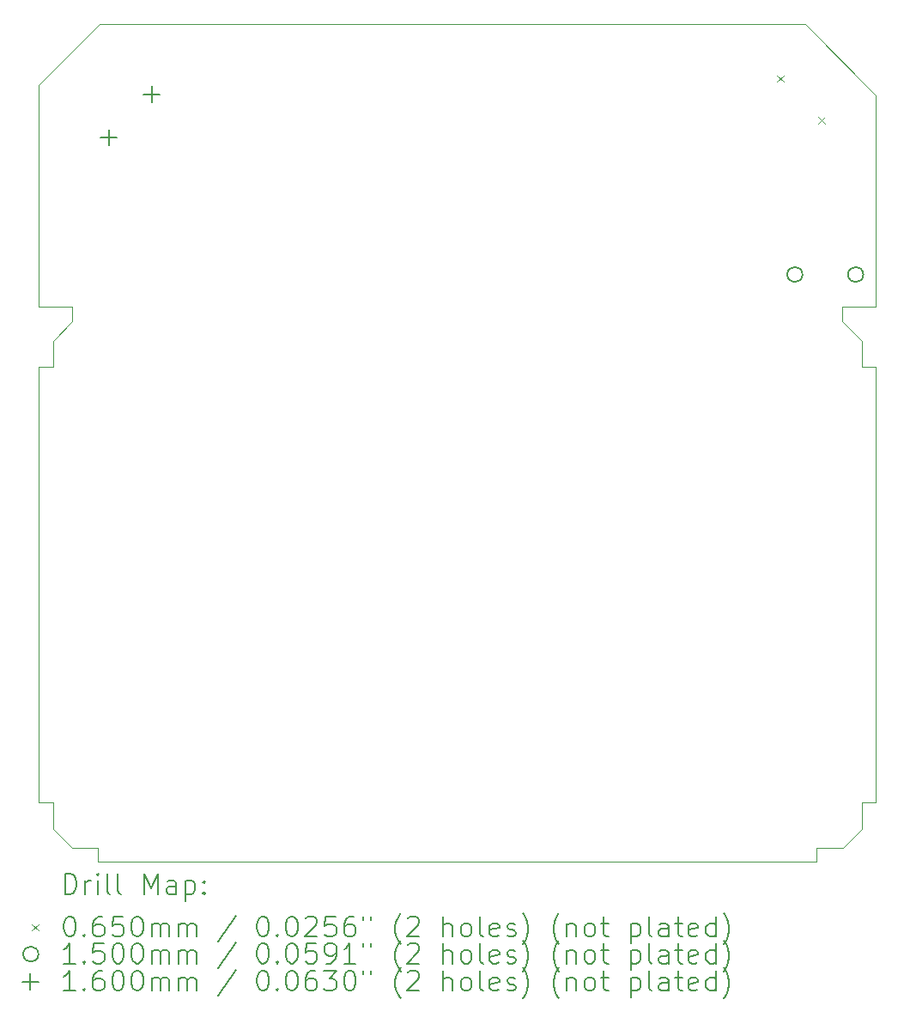
<source format=gbr>
%TF.GenerationSoftware,KiCad,Pcbnew,8.0.6*%
%TF.CreationDate,2024-12-30T15:48:23-08:00*%
%TF.ProjectId,Jumperless23V50,4a756d70-6572-46c6-9573-733233563530,rev?*%
%TF.SameCoordinates,Original*%
%TF.FileFunction,Drillmap*%
%TF.FilePolarity,Positive*%
%FSLAX45Y45*%
G04 Gerber Fmt 4.5, Leading zero omitted, Abs format (unit mm)*
G04 Created by KiCad (PCBNEW 8.0.6) date 2024-12-30 15:48:23*
%MOMM*%
%LPD*%
G01*
G04 APERTURE LIST*
%ADD10C,0.100000*%
%ADD11C,0.200000*%
%ADD12C,0.150000*%
%ADD13C,0.160000*%
G04 APERTURE END LIST*
D10*
X11070870Y-14849040D02*
X11070870Y-10556440D01*
X2815870Y-9959540D02*
X2815870Y-7775140D01*
X10747020Y-15293540D02*
X10486670Y-15293540D01*
X10740670Y-10099240D02*
X10740670Y-10105590D01*
X2815870Y-14849040D02*
X2955570Y-14849040D01*
X3133370Y-9959540D02*
X2815870Y-9959540D01*
X11070870Y-14849040D02*
X10931170Y-14849040D01*
X10486670Y-15433240D02*
X3400070Y-15433240D01*
X3146070Y-10105590D02*
X2955570Y-10296090D01*
X2955570Y-14849040D02*
X2955570Y-15109390D01*
X3412770Y-7178240D02*
X2815870Y-7775140D01*
X10486670Y-15293540D02*
X10486670Y-15433240D01*
X10740670Y-10105590D02*
X10931170Y-10296090D01*
X3146070Y-9959540D02*
X3146070Y-10105590D01*
X10753370Y-9959540D02*
X10740670Y-9959540D01*
X3133370Y-9959540D02*
X3146070Y-9959540D01*
X3139720Y-15293540D02*
X3400070Y-15293540D01*
X10931170Y-14849040D02*
X10931170Y-15109390D01*
X11070870Y-7876740D02*
X10372370Y-7178240D01*
X2955570Y-10296090D02*
X2955570Y-10556440D01*
X2815870Y-10556440D02*
X2815870Y-14849040D01*
X3400070Y-15293540D02*
X3400070Y-15433240D01*
X10931170Y-10556440D02*
X11070870Y-10556440D01*
X10372370Y-7178240D02*
X3412770Y-7178240D01*
X2955570Y-10556440D02*
X2815870Y-10556440D01*
X10931170Y-15109390D02*
X10747020Y-15293540D01*
X10753370Y-9959540D02*
X11070870Y-9959540D01*
X10931170Y-10296090D02*
X10931170Y-10556440D01*
X10740670Y-9959540D02*
X10740670Y-10099240D01*
X11070870Y-9959540D02*
X11070870Y-7876740D01*
X2955570Y-15109390D02*
X3139720Y-15293540D01*
D11*
D10*
X10093908Y-7681494D02*
X10158908Y-7746494D01*
X10158908Y-7681494D02*
X10093908Y-7746494D01*
X10502616Y-8090202D02*
X10567616Y-8155202D01*
X10567616Y-8090202D02*
X10502616Y-8155202D01*
D12*
X10345870Y-9643840D02*
G75*
G02*
X10195870Y-9643840I-75000J0D01*
G01*
X10195870Y-9643840D02*
G75*
G02*
X10345870Y-9643840I75000J0D01*
G01*
X10945870Y-9643840D02*
G75*
G02*
X10795870Y-9643840I-75000J0D01*
G01*
X10795870Y-9643840D02*
G75*
G02*
X10945870Y-9643840I75000J0D01*
G01*
D13*
X3505170Y-8212770D02*
X3505170Y-8372770D01*
X3425170Y-8292770D02*
X3585170Y-8292770D01*
X3929434Y-7788506D02*
X3929434Y-7948506D01*
X3849434Y-7868506D02*
X4009434Y-7868506D01*
D11*
X3071647Y-15749724D02*
X3071647Y-15549724D01*
X3071647Y-15549724D02*
X3119266Y-15549724D01*
X3119266Y-15549724D02*
X3147837Y-15559248D01*
X3147837Y-15559248D02*
X3166885Y-15578295D01*
X3166885Y-15578295D02*
X3176409Y-15597343D01*
X3176409Y-15597343D02*
X3185932Y-15635438D01*
X3185932Y-15635438D02*
X3185932Y-15664009D01*
X3185932Y-15664009D02*
X3176409Y-15702105D01*
X3176409Y-15702105D02*
X3166885Y-15721152D01*
X3166885Y-15721152D02*
X3147837Y-15740200D01*
X3147837Y-15740200D02*
X3119266Y-15749724D01*
X3119266Y-15749724D02*
X3071647Y-15749724D01*
X3271647Y-15749724D02*
X3271647Y-15616390D01*
X3271647Y-15654486D02*
X3281171Y-15635438D01*
X3281171Y-15635438D02*
X3290694Y-15625914D01*
X3290694Y-15625914D02*
X3309742Y-15616390D01*
X3309742Y-15616390D02*
X3328790Y-15616390D01*
X3395456Y-15749724D02*
X3395456Y-15616390D01*
X3395456Y-15549724D02*
X3385932Y-15559248D01*
X3385932Y-15559248D02*
X3395456Y-15568771D01*
X3395456Y-15568771D02*
X3404980Y-15559248D01*
X3404980Y-15559248D02*
X3395456Y-15549724D01*
X3395456Y-15549724D02*
X3395456Y-15568771D01*
X3519266Y-15749724D02*
X3500218Y-15740200D01*
X3500218Y-15740200D02*
X3490694Y-15721152D01*
X3490694Y-15721152D02*
X3490694Y-15549724D01*
X3624028Y-15749724D02*
X3604980Y-15740200D01*
X3604980Y-15740200D02*
X3595456Y-15721152D01*
X3595456Y-15721152D02*
X3595456Y-15549724D01*
X3852599Y-15749724D02*
X3852599Y-15549724D01*
X3852599Y-15549724D02*
X3919266Y-15692581D01*
X3919266Y-15692581D02*
X3985932Y-15549724D01*
X3985932Y-15549724D02*
X3985932Y-15749724D01*
X4166885Y-15749724D02*
X4166885Y-15644962D01*
X4166885Y-15644962D02*
X4157361Y-15625914D01*
X4157361Y-15625914D02*
X4138313Y-15616390D01*
X4138313Y-15616390D02*
X4100218Y-15616390D01*
X4100218Y-15616390D02*
X4081171Y-15625914D01*
X4166885Y-15740200D02*
X4147837Y-15749724D01*
X4147837Y-15749724D02*
X4100218Y-15749724D01*
X4100218Y-15749724D02*
X4081171Y-15740200D01*
X4081171Y-15740200D02*
X4071647Y-15721152D01*
X4071647Y-15721152D02*
X4071647Y-15702105D01*
X4071647Y-15702105D02*
X4081171Y-15683057D01*
X4081171Y-15683057D02*
X4100218Y-15673533D01*
X4100218Y-15673533D02*
X4147837Y-15673533D01*
X4147837Y-15673533D02*
X4166885Y-15664009D01*
X4262123Y-15616390D02*
X4262123Y-15816390D01*
X4262123Y-15625914D02*
X4281171Y-15616390D01*
X4281171Y-15616390D02*
X4319266Y-15616390D01*
X4319266Y-15616390D02*
X4338314Y-15625914D01*
X4338314Y-15625914D02*
X4347837Y-15635438D01*
X4347837Y-15635438D02*
X4357361Y-15654486D01*
X4357361Y-15654486D02*
X4357361Y-15711628D01*
X4357361Y-15711628D02*
X4347837Y-15730676D01*
X4347837Y-15730676D02*
X4338314Y-15740200D01*
X4338314Y-15740200D02*
X4319266Y-15749724D01*
X4319266Y-15749724D02*
X4281171Y-15749724D01*
X4281171Y-15749724D02*
X4262123Y-15740200D01*
X4443075Y-15730676D02*
X4452599Y-15740200D01*
X4452599Y-15740200D02*
X4443075Y-15749724D01*
X4443075Y-15749724D02*
X4433552Y-15740200D01*
X4433552Y-15740200D02*
X4443075Y-15730676D01*
X4443075Y-15730676D02*
X4443075Y-15749724D01*
X4443075Y-15625914D02*
X4452599Y-15635438D01*
X4452599Y-15635438D02*
X4443075Y-15644962D01*
X4443075Y-15644962D02*
X4433552Y-15635438D01*
X4433552Y-15635438D02*
X4443075Y-15625914D01*
X4443075Y-15625914D02*
X4443075Y-15644962D01*
D10*
X2745870Y-16045740D02*
X2810870Y-16110740D01*
X2810870Y-16045740D02*
X2745870Y-16110740D01*
D11*
X3109742Y-15969724D02*
X3128790Y-15969724D01*
X3128790Y-15969724D02*
X3147837Y-15979248D01*
X3147837Y-15979248D02*
X3157361Y-15988771D01*
X3157361Y-15988771D02*
X3166885Y-16007819D01*
X3166885Y-16007819D02*
X3176409Y-16045914D01*
X3176409Y-16045914D02*
X3176409Y-16093533D01*
X3176409Y-16093533D02*
X3166885Y-16131628D01*
X3166885Y-16131628D02*
X3157361Y-16150676D01*
X3157361Y-16150676D02*
X3147837Y-16160200D01*
X3147837Y-16160200D02*
X3128790Y-16169724D01*
X3128790Y-16169724D02*
X3109742Y-16169724D01*
X3109742Y-16169724D02*
X3090694Y-16160200D01*
X3090694Y-16160200D02*
X3081171Y-16150676D01*
X3081171Y-16150676D02*
X3071647Y-16131628D01*
X3071647Y-16131628D02*
X3062123Y-16093533D01*
X3062123Y-16093533D02*
X3062123Y-16045914D01*
X3062123Y-16045914D02*
X3071647Y-16007819D01*
X3071647Y-16007819D02*
X3081171Y-15988771D01*
X3081171Y-15988771D02*
X3090694Y-15979248D01*
X3090694Y-15979248D02*
X3109742Y-15969724D01*
X3262123Y-16150676D02*
X3271647Y-16160200D01*
X3271647Y-16160200D02*
X3262123Y-16169724D01*
X3262123Y-16169724D02*
X3252599Y-16160200D01*
X3252599Y-16160200D02*
X3262123Y-16150676D01*
X3262123Y-16150676D02*
X3262123Y-16169724D01*
X3443075Y-15969724D02*
X3404980Y-15969724D01*
X3404980Y-15969724D02*
X3385932Y-15979248D01*
X3385932Y-15979248D02*
X3376409Y-15988771D01*
X3376409Y-15988771D02*
X3357361Y-16017343D01*
X3357361Y-16017343D02*
X3347837Y-16055438D01*
X3347837Y-16055438D02*
X3347837Y-16131628D01*
X3347837Y-16131628D02*
X3357361Y-16150676D01*
X3357361Y-16150676D02*
X3366885Y-16160200D01*
X3366885Y-16160200D02*
X3385932Y-16169724D01*
X3385932Y-16169724D02*
X3424028Y-16169724D01*
X3424028Y-16169724D02*
X3443075Y-16160200D01*
X3443075Y-16160200D02*
X3452599Y-16150676D01*
X3452599Y-16150676D02*
X3462123Y-16131628D01*
X3462123Y-16131628D02*
X3462123Y-16084009D01*
X3462123Y-16084009D02*
X3452599Y-16064962D01*
X3452599Y-16064962D02*
X3443075Y-16055438D01*
X3443075Y-16055438D02*
X3424028Y-16045914D01*
X3424028Y-16045914D02*
X3385932Y-16045914D01*
X3385932Y-16045914D02*
X3366885Y-16055438D01*
X3366885Y-16055438D02*
X3357361Y-16064962D01*
X3357361Y-16064962D02*
X3347837Y-16084009D01*
X3643075Y-15969724D02*
X3547837Y-15969724D01*
X3547837Y-15969724D02*
X3538313Y-16064962D01*
X3538313Y-16064962D02*
X3547837Y-16055438D01*
X3547837Y-16055438D02*
X3566885Y-16045914D01*
X3566885Y-16045914D02*
X3614504Y-16045914D01*
X3614504Y-16045914D02*
X3633552Y-16055438D01*
X3633552Y-16055438D02*
X3643075Y-16064962D01*
X3643075Y-16064962D02*
X3652599Y-16084009D01*
X3652599Y-16084009D02*
X3652599Y-16131628D01*
X3652599Y-16131628D02*
X3643075Y-16150676D01*
X3643075Y-16150676D02*
X3633552Y-16160200D01*
X3633552Y-16160200D02*
X3614504Y-16169724D01*
X3614504Y-16169724D02*
X3566885Y-16169724D01*
X3566885Y-16169724D02*
X3547837Y-16160200D01*
X3547837Y-16160200D02*
X3538313Y-16150676D01*
X3776409Y-15969724D02*
X3795456Y-15969724D01*
X3795456Y-15969724D02*
X3814504Y-15979248D01*
X3814504Y-15979248D02*
X3824028Y-15988771D01*
X3824028Y-15988771D02*
X3833552Y-16007819D01*
X3833552Y-16007819D02*
X3843075Y-16045914D01*
X3843075Y-16045914D02*
X3843075Y-16093533D01*
X3843075Y-16093533D02*
X3833552Y-16131628D01*
X3833552Y-16131628D02*
X3824028Y-16150676D01*
X3824028Y-16150676D02*
X3814504Y-16160200D01*
X3814504Y-16160200D02*
X3795456Y-16169724D01*
X3795456Y-16169724D02*
X3776409Y-16169724D01*
X3776409Y-16169724D02*
X3757361Y-16160200D01*
X3757361Y-16160200D02*
X3747837Y-16150676D01*
X3747837Y-16150676D02*
X3738313Y-16131628D01*
X3738313Y-16131628D02*
X3728790Y-16093533D01*
X3728790Y-16093533D02*
X3728790Y-16045914D01*
X3728790Y-16045914D02*
X3738313Y-16007819D01*
X3738313Y-16007819D02*
X3747837Y-15988771D01*
X3747837Y-15988771D02*
X3757361Y-15979248D01*
X3757361Y-15979248D02*
X3776409Y-15969724D01*
X3928790Y-16169724D02*
X3928790Y-16036390D01*
X3928790Y-16055438D02*
X3938313Y-16045914D01*
X3938313Y-16045914D02*
X3957361Y-16036390D01*
X3957361Y-16036390D02*
X3985933Y-16036390D01*
X3985933Y-16036390D02*
X4004980Y-16045914D01*
X4004980Y-16045914D02*
X4014504Y-16064962D01*
X4014504Y-16064962D02*
X4014504Y-16169724D01*
X4014504Y-16064962D02*
X4024028Y-16045914D01*
X4024028Y-16045914D02*
X4043075Y-16036390D01*
X4043075Y-16036390D02*
X4071647Y-16036390D01*
X4071647Y-16036390D02*
X4090694Y-16045914D01*
X4090694Y-16045914D02*
X4100218Y-16064962D01*
X4100218Y-16064962D02*
X4100218Y-16169724D01*
X4195456Y-16169724D02*
X4195456Y-16036390D01*
X4195456Y-16055438D02*
X4204980Y-16045914D01*
X4204980Y-16045914D02*
X4224028Y-16036390D01*
X4224028Y-16036390D02*
X4252599Y-16036390D01*
X4252599Y-16036390D02*
X4271647Y-16045914D01*
X4271647Y-16045914D02*
X4281171Y-16064962D01*
X4281171Y-16064962D02*
X4281171Y-16169724D01*
X4281171Y-16064962D02*
X4290695Y-16045914D01*
X4290695Y-16045914D02*
X4309742Y-16036390D01*
X4309742Y-16036390D02*
X4338314Y-16036390D01*
X4338314Y-16036390D02*
X4357361Y-16045914D01*
X4357361Y-16045914D02*
X4366885Y-16064962D01*
X4366885Y-16064962D02*
X4366885Y-16169724D01*
X4757361Y-15960200D02*
X4585933Y-16217343D01*
X5014504Y-15969724D02*
X5033552Y-15969724D01*
X5033552Y-15969724D02*
X5052599Y-15979248D01*
X5052599Y-15979248D02*
X5062123Y-15988771D01*
X5062123Y-15988771D02*
X5071647Y-16007819D01*
X5071647Y-16007819D02*
X5081171Y-16045914D01*
X5081171Y-16045914D02*
X5081171Y-16093533D01*
X5081171Y-16093533D02*
X5071647Y-16131628D01*
X5071647Y-16131628D02*
X5062123Y-16150676D01*
X5062123Y-16150676D02*
X5052599Y-16160200D01*
X5052599Y-16160200D02*
X5033552Y-16169724D01*
X5033552Y-16169724D02*
X5014504Y-16169724D01*
X5014504Y-16169724D02*
X4995457Y-16160200D01*
X4995457Y-16160200D02*
X4985933Y-16150676D01*
X4985933Y-16150676D02*
X4976409Y-16131628D01*
X4976409Y-16131628D02*
X4966885Y-16093533D01*
X4966885Y-16093533D02*
X4966885Y-16045914D01*
X4966885Y-16045914D02*
X4976409Y-16007819D01*
X4976409Y-16007819D02*
X4985933Y-15988771D01*
X4985933Y-15988771D02*
X4995457Y-15979248D01*
X4995457Y-15979248D02*
X5014504Y-15969724D01*
X5166885Y-16150676D02*
X5176409Y-16160200D01*
X5176409Y-16160200D02*
X5166885Y-16169724D01*
X5166885Y-16169724D02*
X5157361Y-16160200D01*
X5157361Y-16160200D02*
X5166885Y-16150676D01*
X5166885Y-16150676D02*
X5166885Y-16169724D01*
X5300218Y-15969724D02*
X5319266Y-15969724D01*
X5319266Y-15969724D02*
X5338314Y-15979248D01*
X5338314Y-15979248D02*
X5347838Y-15988771D01*
X5347838Y-15988771D02*
X5357361Y-16007819D01*
X5357361Y-16007819D02*
X5366885Y-16045914D01*
X5366885Y-16045914D02*
X5366885Y-16093533D01*
X5366885Y-16093533D02*
X5357361Y-16131628D01*
X5357361Y-16131628D02*
X5347838Y-16150676D01*
X5347838Y-16150676D02*
X5338314Y-16160200D01*
X5338314Y-16160200D02*
X5319266Y-16169724D01*
X5319266Y-16169724D02*
X5300218Y-16169724D01*
X5300218Y-16169724D02*
X5281171Y-16160200D01*
X5281171Y-16160200D02*
X5271647Y-16150676D01*
X5271647Y-16150676D02*
X5262123Y-16131628D01*
X5262123Y-16131628D02*
X5252599Y-16093533D01*
X5252599Y-16093533D02*
X5252599Y-16045914D01*
X5252599Y-16045914D02*
X5262123Y-16007819D01*
X5262123Y-16007819D02*
X5271647Y-15988771D01*
X5271647Y-15988771D02*
X5281171Y-15979248D01*
X5281171Y-15979248D02*
X5300218Y-15969724D01*
X5443076Y-15988771D02*
X5452599Y-15979248D01*
X5452599Y-15979248D02*
X5471647Y-15969724D01*
X5471647Y-15969724D02*
X5519266Y-15969724D01*
X5519266Y-15969724D02*
X5538314Y-15979248D01*
X5538314Y-15979248D02*
X5547838Y-15988771D01*
X5547838Y-15988771D02*
X5557361Y-16007819D01*
X5557361Y-16007819D02*
X5557361Y-16026867D01*
X5557361Y-16026867D02*
X5547838Y-16055438D01*
X5547838Y-16055438D02*
X5433552Y-16169724D01*
X5433552Y-16169724D02*
X5557361Y-16169724D01*
X5738314Y-15969724D02*
X5643076Y-15969724D01*
X5643076Y-15969724D02*
X5633552Y-16064962D01*
X5633552Y-16064962D02*
X5643076Y-16055438D01*
X5643076Y-16055438D02*
X5662123Y-16045914D01*
X5662123Y-16045914D02*
X5709742Y-16045914D01*
X5709742Y-16045914D02*
X5728790Y-16055438D01*
X5728790Y-16055438D02*
X5738314Y-16064962D01*
X5738314Y-16064962D02*
X5747837Y-16084009D01*
X5747837Y-16084009D02*
X5747837Y-16131628D01*
X5747837Y-16131628D02*
X5738314Y-16150676D01*
X5738314Y-16150676D02*
X5728790Y-16160200D01*
X5728790Y-16160200D02*
X5709742Y-16169724D01*
X5709742Y-16169724D02*
X5662123Y-16169724D01*
X5662123Y-16169724D02*
X5643076Y-16160200D01*
X5643076Y-16160200D02*
X5633552Y-16150676D01*
X5919266Y-15969724D02*
X5881171Y-15969724D01*
X5881171Y-15969724D02*
X5862123Y-15979248D01*
X5862123Y-15979248D02*
X5852599Y-15988771D01*
X5852599Y-15988771D02*
X5833552Y-16017343D01*
X5833552Y-16017343D02*
X5824028Y-16055438D01*
X5824028Y-16055438D02*
X5824028Y-16131628D01*
X5824028Y-16131628D02*
X5833552Y-16150676D01*
X5833552Y-16150676D02*
X5843076Y-16160200D01*
X5843076Y-16160200D02*
X5862123Y-16169724D01*
X5862123Y-16169724D02*
X5900218Y-16169724D01*
X5900218Y-16169724D02*
X5919266Y-16160200D01*
X5919266Y-16160200D02*
X5928790Y-16150676D01*
X5928790Y-16150676D02*
X5938314Y-16131628D01*
X5938314Y-16131628D02*
X5938314Y-16084009D01*
X5938314Y-16084009D02*
X5928790Y-16064962D01*
X5928790Y-16064962D02*
X5919266Y-16055438D01*
X5919266Y-16055438D02*
X5900218Y-16045914D01*
X5900218Y-16045914D02*
X5862123Y-16045914D01*
X5862123Y-16045914D02*
X5843076Y-16055438D01*
X5843076Y-16055438D02*
X5833552Y-16064962D01*
X5833552Y-16064962D02*
X5824028Y-16084009D01*
X6014504Y-15969724D02*
X6014504Y-16007819D01*
X6090695Y-15969724D02*
X6090695Y-16007819D01*
X6385933Y-16245914D02*
X6376409Y-16236390D01*
X6376409Y-16236390D02*
X6357361Y-16207819D01*
X6357361Y-16207819D02*
X6347838Y-16188771D01*
X6347838Y-16188771D02*
X6338314Y-16160200D01*
X6338314Y-16160200D02*
X6328790Y-16112581D01*
X6328790Y-16112581D02*
X6328790Y-16074486D01*
X6328790Y-16074486D02*
X6338314Y-16026867D01*
X6338314Y-16026867D02*
X6347838Y-15998295D01*
X6347838Y-15998295D02*
X6357361Y-15979248D01*
X6357361Y-15979248D02*
X6376409Y-15950676D01*
X6376409Y-15950676D02*
X6385933Y-15941152D01*
X6452599Y-15988771D02*
X6462123Y-15979248D01*
X6462123Y-15979248D02*
X6481171Y-15969724D01*
X6481171Y-15969724D02*
X6528790Y-15969724D01*
X6528790Y-15969724D02*
X6547838Y-15979248D01*
X6547838Y-15979248D02*
X6557361Y-15988771D01*
X6557361Y-15988771D02*
X6566885Y-16007819D01*
X6566885Y-16007819D02*
X6566885Y-16026867D01*
X6566885Y-16026867D02*
X6557361Y-16055438D01*
X6557361Y-16055438D02*
X6443076Y-16169724D01*
X6443076Y-16169724D02*
X6566885Y-16169724D01*
X6804980Y-16169724D02*
X6804980Y-15969724D01*
X6890695Y-16169724D02*
X6890695Y-16064962D01*
X6890695Y-16064962D02*
X6881171Y-16045914D01*
X6881171Y-16045914D02*
X6862123Y-16036390D01*
X6862123Y-16036390D02*
X6833552Y-16036390D01*
X6833552Y-16036390D02*
X6814504Y-16045914D01*
X6814504Y-16045914D02*
X6804980Y-16055438D01*
X7014504Y-16169724D02*
X6995457Y-16160200D01*
X6995457Y-16160200D02*
X6985933Y-16150676D01*
X6985933Y-16150676D02*
X6976409Y-16131628D01*
X6976409Y-16131628D02*
X6976409Y-16074486D01*
X6976409Y-16074486D02*
X6985933Y-16055438D01*
X6985933Y-16055438D02*
X6995457Y-16045914D01*
X6995457Y-16045914D02*
X7014504Y-16036390D01*
X7014504Y-16036390D02*
X7043076Y-16036390D01*
X7043076Y-16036390D02*
X7062123Y-16045914D01*
X7062123Y-16045914D02*
X7071647Y-16055438D01*
X7071647Y-16055438D02*
X7081171Y-16074486D01*
X7081171Y-16074486D02*
X7081171Y-16131628D01*
X7081171Y-16131628D02*
X7071647Y-16150676D01*
X7071647Y-16150676D02*
X7062123Y-16160200D01*
X7062123Y-16160200D02*
X7043076Y-16169724D01*
X7043076Y-16169724D02*
X7014504Y-16169724D01*
X7195457Y-16169724D02*
X7176409Y-16160200D01*
X7176409Y-16160200D02*
X7166885Y-16141152D01*
X7166885Y-16141152D02*
X7166885Y-15969724D01*
X7347838Y-16160200D02*
X7328790Y-16169724D01*
X7328790Y-16169724D02*
X7290695Y-16169724D01*
X7290695Y-16169724D02*
X7271647Y-16160200D01*
X7271647Y-16160200D02*
X7262123Y-16141152D01*
X7262123Y-16141152D02*
X7262123Y-16064962D01*
X7262123Y-16064962D02*
X7271647Y-16045914D01*
X7271647Y-16045914D02*
X7290695Y-16036390D01*
X7290695Y-16036390D02*
X7328790Y-16036390D01*
X7328790Y-16036390D02*
X7347838Y-16045914D01*
X7347838Y-16045914D02*
X7357361Y-16064962D01*
X7357361Y-16064962D02*
X7357361Y-16084009D01*
X7357361Y-16084009D02*
X7262123Y-16103057D01*
X7433552Y-16160200D02*
X7452600Y-16169724D01*
X7452600Y-16169724D02*
X7490695Y-16169724D01*
X7490695Y-16169724D02*
X7509742Y-16160200D01*
X7509742Y-16160200D02*
X7519266Y-16141152D01*
X7519266Y-16141152D02*
X7519266Y-16131628D01*
X7519266Y-16131628D02*
X7509742Y-16112581D01*
X7509742Y-16112581D02*
X7490695Y-16103057D01*
X7490695Y-16103057D02*
X7462123Y-16103057D01*
X7462123Y-16103057D02*
X7443076Y-16093533D01*
X7443076Y-16093533D02*
X7433552Y-16074486D01*
X7433552Y-16074486D02*
X7433552Y-16064962D01*
X7433552Y-16064962D02*
X7443076Y-16045914D01*
X7443076Y-16045914D02*
X7462123Y-16036390D01*
X7462123Y-16036390D02*
X7490695Y-16036390D01*
X7490695Y-16036390D02*
X7509742Y-16045914D01*
X7585933Y-16245914D02*
X7595457Y-16236390D01*
X7595457Y-16236390D02*
X7614504Y-16207819D01*
X7614504Y-16207819D02*
X7624028Y-16188771D01*
X7624028Y-16188771D02*
X7633552Y-16160200D01*
X7633552Y-16160200D02*
X7643076Y-16112581D01*
X7643076Y-16112581D02*
X7643076Y-16074486D01*
X7643076Y-16074486D02*
X7633552Y-16026867D01*
X7633552Y-16026867D02*
X7624028Y-15998295D01*
X7624028Y-15998295D02*
X7614504Y-15979248D01*
X7614504Y-15979248D02*
X7595457Y-15950676D01*
X7595457Y-15950676D02*
X7585933Y-15941152D01*
X7947838Y-16245914D02*
X7938314Y-16236390D01*
X7938314Y-16236390D02*
X7919266Y-16207819D01*
X7919266Y-16207819D02*
X7909742Y-16188771D01*
X7909742Y-16188771D02*
X7900219Y-16160200D01*
X7900219Y-16160200D02*
X7890695Y-16112581D01*
X7890695Y-16112581D02*
X7890695Y-16074486D01*
X7890695Y-16074486D02*
X7900219Y-16026867D01*
X7900219Y-16026867D02*
X7909742Y-15998295D01*
X7909742Y-15998295D02*
X7919266Y-15979248D01*
X7919266Y-15979248D02*
X7938314Y-15950676D01*
X7938314Y-15950676D02*
X7947838Y-15941152D01*
X8024028Y-16036390D02*
X8024028Y-16169724D01*
X8024028Y-16055438D02*
X8033552Y-16045914D01*
X8033552Y-16045914D02*
X8052600Y-16036390D01*
X8052600Y-16036390D02*
X8081171Y-16036390D01*
X8081171Y-16036390D02*
X8100219Y-16045914D01*
X8100219Y-16045914D02*
X8109742Y-16064962D01*
X8109742Y-16064962D02*
X8109742Y-16169724D01*
X8233552Y-16169724D02*
X8214504Y-16160200D01*
X8214504Y-16160200D02*
X8204981Y-16150676D01*
X8204981Y-16150676D02*
X8195457Y-16131628D01*
X8195457Y-16131628D02*
X8195457Y-16074486D01*
X8195457Y-16074486D02*
X8204981Y-16055438D01*
X8204981Y-16055438D02*
X8214504Y-16045914D01*
X8214504Y-16045914D02*
X8233552Y-16036390D01*
X8233552Y-16036390D02*
X8262123Y-16036390D01*
X8262123Y-16036390D02*
X8281171Y-16045914D01*
X8281171Y-16045914D02*
X8290695Y-16055438D01*
X8290695Y-16055438D02*
X8300219Y-16074486D01*
X8300219Y-16074486D02*
X8300219Y-16131628D01*
X8300219Y-16131628D02*
X8290695Y-16150676D01*
X8290695Y-16150676D02*
X8281171Y-16160200D01*
X8281171Y-16160200D02*
X8262123Y-16169724D01*
X8262123Y-16169724D02*
X8233552Y-16169724D01*
X8357362Y-16036390D02*
X8433552Y-16036390D01*
X8385933Y-15969724D02*
X8385933Y-16141152D01*
X8385933Y-16141152D02*
X8395457Y-16160200D01*
X8395457Y-16160200D02*
X8414504Y-16169724D01*
X8414504Y-16169724D02*
X8433552Y-16169724D01*
X8652600Y-16036390D02*
X8652600Y-16236390D01*
X8652600Y-16045914D02*
X8671647Y-16036390D01*
X8671647Y-16036390D02*
X8709743Y-16036390D01*
X8709743Y-16036390D02*
X8728790Y-16045914D01*
X8728790Y-16045914D02*
X8738314Y-16055438D01*
X8738314Y-16055438D02*
X8747838Y-16074486D01*
X8747838Y-16074486D02*
X8747838Y-16131628D01*
X8747838Y-16131628D02*
X8738314Y-16150676D01*
X8738314Y-16150676D02*
X8728790Y-16160200D01*
X8728790Y-16160200D02*
X8709743Y-16169724D01*
X8709743Y-16169724D02*
X8671647Y-16169724D01*
X8671647Y-16169724D02*
X8652600Y-16160200D01*
X8862124Y-16169724D02*
X8843076Y-16160200D01*
X8843076Y-16160200D02*
X8833552Y-16141152D01*
X8833552Y-16141152D02*
X8833552Y-15969724D01*
X9024028Y-16169724D02*
X9024028Y-16064962D01*
X9024028Y-16064962D02*
X9014505Y-16045914D01*
X9014505Y-16045914D02*
X8995457Y-16036390D01*
X8995457Y-16036390D02*
X8957362Y-16036390D01*
X8957362Y-16036390D02*
X8938314Y-16045914D01*
X9024028Y-16160200D02*
X9004981Y-16169724D01*
X9004981Y-16169724D02*
X8957362Y-16169724D01*
X8957362Y-16169724D02*
X8938314Y-16160200D01*
X8938314Y-16160200D02*
X8928790Y-16141152D01*
X8928790Y-16141152D02*
X8928790Y-16122105D01*
X8928790Y-16122105D02*
X8938314Y-16103057D01*
X8938314Y-16103057D02*
X8957362Y-16093533D01*
X8957362Y-16093533D02*
X9004981Y-16093533D01*
X9004981Y-16093533D02*
X9024028Y-16084009D01*
X9090695Y-16036390D02*
X9166885Y-16036390D01*
X9119266Y-15969724D02*
X9119266Y-16141152D01*
X9119266Y-16141152D02*
X9128790Y-16160200D01*
X9128790Y-16160200D02*
X9147838Y-16169724D01*
X9147838Y-16169724D02*
X9166885Y-16169724D01*
X9309743Y-16160200D02*
X9290695Y-16169724D01*
X9290695Y-16169724D02*
X9252600Y-16169724D01*
X9252600Y-16169724D02*
X9233552Y-16160200D01*
X9233552Y-16160200D02*
X9224028Y-16141152D01*
X9224028Y-16141152D02*
X9224028Y-16064962D01*
X9224028Y-16064962D02*
X9233552Y-16045914D01*
X9233552Y-16045914D02*
X9252600Y-16036390D01*
X9252600Y-16036390D02*
X9290695Y-16036390D01*
X9290695Y-16036390D02*
X9309743Y-16045914D01*
X9309743Y-16045914D02*
X9319266Y-16064962D01*
X9319266Y-16064962D02*
X9319266Y-16084009D01*
X9319266Y-16084009D02*
X9224028Y-16103057D01*
X9490695Y-16169724D02*
X9490695Y-15969724D01*
X9490695Y-16160200D02*
X9471647Y-16169724D01*
X9471647Y-16169724D02*
X9433552Y-16169724D01*
X9433552Y-16169724D02*
X9414505Y-16160200D01*
X9414505Y-16160200D02*
X9404981Y-16150676D01*
X9404981Y-16150676D02*
X9395457Y-16131628D01*
X9395457Y-16131628D02*
X9395457Y-16074486D01*
X9395457Y-16074486D02*
X9404981Y-16055438D01*
X9404981Y-16055438D02*
X9414505Y-16045914D01*
X9414505Y-16045914D02*
X9433552Y-16036390D01*
X9433552Y-16036390D02*
X9471647Y-16036390D01*
X9471647Y-16036390D02*
X9490695Y-16045914D01*
X9566886Y-16245914D02*
X9576409Y-16236390D01*
X9576409Y-16236390D02*
X9595457Y-16207819D01*
X9595457Y-16207819D02*
X9604981Y-16188771D01*
X9604981Y-16188771D02*
X9614505Y-16160200D01*
X9614505Y-16160200D02*
X9624028Y-16112581D01*
X9624028Y-16112581D02*
X9624028Y-16074486D01*
X9624028Y-16074486D02*
X9614505Y-16026867D01*
X9614505Y-16026867D02*
X9604981Y-15998295D01*
X9604981Y-15998295D02*
X9595457Y-15979248D01*
X9595457Y-15979248D02*
X9576409Y-15950676D01*
X9576409Y-15950676D02*
X9566886Y-15941152D01*
D12*
X2810870Y-16342240D02*
G75*
G02*
X2660870Y-16342240I-75000J0D01*
G01*
X2660870Y-16342240D02*
G75*
G02*
X2810870Y-16342240I75000J0D01*
G01*
D11*
X3176409Y-16433724D02*
X3062123Y-16433724D01*
X3119266Y-16433724D02*
X3119266Y-16233724D01*
X3119266Y-16233724D02*
X3100218Y-16262295D01*
X3100218Y-16262295D02*
X3081171Y-16281343D01*
X3081171Y-16281343D02*
X3062123Y-16290867D01*
X3262123Y-16414676D02*
X3271647Y-16424200D01*
X3271647Y-16424200D02*
X3262123Y-16433724D01*
X3262123Y-16433724D02*
X3252599Y-16424200D01*
X3252599Y-16424200D02*
X3262123Y-16414676D01*
X3262123Y-16414676D02*
X3262123Y-16433724D01*
X3452599Y-16233724D02*
X3357361Y-16233724D01*
X3357361Y-16233724D02*
X3347837Y-16328962D01*
X3347837Y-16328962D02*
X3357361Y-16319438D01*
X3357361Y-16319438D02*
X3376409Y-16309914D01*
X3376409Y-16309914D02*
X3424028Y-16309914D01*
X3424028Y-16309914D02*
X3443075Y-16319438D01*
X3443075Y-16319438D02*
X3452599Y-16328962D01*
X3452599Y-16328962D02*
X3462123Y-16348009D01*
X3462123Y-16348009D02*
X3462123Y-16395628D01*
X3462123Y-16395628D02*
X3452599Y-16414676D01*
X3452599Y-16414676D02*
X3443075Y-16424200D01*
X3443075Y-16424200D02*
X3424028Y-16433724D01*
X3424028Y-16433724D02*
X3376409Y-16433724D01*
X3376409Y-16433724D02*
X3357361Y-16424200D01*
X3357361Y-16424200D02*
X3347837Y-16414676D01*
X3585932Y-16233724D02*
X3604980Y-16233724D01*
X3604980Y-16233724D02*
X3624028Y-16243248D01*
X3624028Y-16243248D02*
X3633552Y-16252771D01*
X3633552Y-16252771D02*
X3643075Y-16271819D01*
X3643075Y-16271819D02*
X3652599Y-16309914D01*
X3652599Y-16309914D02*
X3652599Y-16357533D01*
X3652599Y-16357533D02*
X3643075Y-16395628D01*
X3643075Y-16395628D02*
X3633552Y-16414676D01*
X3633552Y-16414676D02*
X3624028Y-16424200D01*
X3624028Y-16424200D02*
X3604980Y-16433724D01*
X3604980Y-16433724D02*
X3585932Y-16433724D01*
X3585932Y-16433724D02*
X3566885Y-16424200D01*
X3566885Y-16424200D02*
X3557361Y-16414676D01*
X3557361Y-16414676D02*
X3547837Y-16395628D01*
X3547837Y-16395628D02*
X3538313Y-16357533D01*
X3538313Y-16357533D02*
X3538313Y-16309914D01*
X3538313Y-16309914D02*
X3547837Y-16271819D01*
X3547837Y-16271819D02*
X3557361Y-16252771D01*
X3557361Y-16252771D02*
X3566885Y-16243248D01*
X3566885Y-16243248D02*
X3585932Y-16233724D01*
X3776409Y-16233724D02*
X3795456Y-16233724D01*
X3795456Y-16233724D02*
X3814504Y-16243248D01*
X3814504Y-16243248D02*
X3824028Y-16252771D01*
X3824028Y-16252771D02*
X3833552Y-16271819D01*
X3833552Y-16271819D02*
X3843075Y-16309914D01*
X3843075Y-16309914D02*
X3843075Y-16357533D01*
X3843075Y-16357533D02*
X3833552Y-16395628D01*
X3833552Y-16395628D02*
X3824028Y-16414676D01*
X3824028Y-16414676D02*
X3814504Y-16424200D01*
X3814504Y-16424200D02*
X3795456Y-16433724D01*
X3795456Y-16433724D02*
X3776409Y-16433724D01*
X3776409Y-16433724D02*
X3757361Y-16424200D01*
X3757361Y-16424200D02*
X3747837Y-16414676D01*
X3747837Y-16414676D02*
X3738313Y-16395628D01*
X3738313Y-16395628D02*
X3728790Y-16357533D01*
X3728790Y-16357533D02*
X3728790Y-16309914D01*
X3728790Y-16309914D02*
X3738313Y-16271819D01*
X3738313Y-16271819D02*
X3747837Y-16252771D01*
X3747837Y-16252771D02*
X3757361Y-16243248D01*
X3757361Y-16243248D02*
X3776409Y-16233724D01*
X3928790Y-16433724D02*
X3928790Y-16300390D01*
X3928790Y-16319438D02*
X3938313Y-16309914D01*
X3938313Y-16309914D02*
X3957361Y-16300390D01*
X3957361Y-16300390D02*
X3985933Y-16300390D01*
X3985933Y-16300390D02*
X4004980Y-16309914D01*
X4004980Y-16309914D02*
X4014504Y-16328962D01*
X4014504Y-16328962D02*
X4014504Y-16433724D01*
X4014504Y-16328962D02*
X4024028Y-16309914D01*
X4024028Y-16309914D02*
X4043075Y-16300390D01*
X4043075Y-16300390D02*
X4071647Y-16300390D01*
X4071647Y-16300390D02*
X4090694Y-16309914D01*
X4090694Y-16309914D02*
X4100218Y-16328962D01*
X4100218Y-16328962D02*
X4100218Y-16433724D01*
X4195456Y-16433724D02*
X4195456Y-16300390D01*
X4195456Y-16319438D02*
X4204980Y-16309914D01*
X4204980Y-16309914D02*
X4224028Y-16300390D01*
X4224028Y-16300390D02*
X4252599Y-16300390D01*
X4252599Y-16300390D02*
X4271647Y-16309914D01*
X4271647Y-16309914D02*
X4281171Y-16328962D01*
X4281171Y-16328962D02*
X4281171Y-16433724D01*
X4281171Y-16328962D02*
X4290695Y-16309914D01*
X4290695Y-16309914D02*
X4309742Y-16300390D01*
X4309742Y-16300390D02*
X4338314Y-16300390D01*
X4338314Y-16300390D02*
X4357361Y-16309914D01*
X4357361Y-16309914D02*
X4366885Y-16328962D01*
X4366885Y-16328962D02*
X4366885Y-16433724D01*
X4757361Y-16224200D02*
X4585933Y-16481343D01*
X5014504Y-16233724D02*
X5033552Y-16233724D01*
X5033552Y-16233724D02*
X5052599Y-16243248D01*
X5052599Y-16243248D02*
X5062123Y-16252771D01*
X5062123Y-16252771D02*
X5071647Y-16271819D01*
X5071647Y-16271819D02*
X5081171Y-16309914D01*
X5081171Y-16309914D02*
X5081171Y-16357533D01*
X5081171Y-16357533D02*
X5071647Y-16395628D01*
X5071647Y-16395628D02*
X5062123Y-16414676D01*
X5062123Y-16414676D02*
X5052599Y-16424200D01*
X5052599Y-16424200D02*
X5033552Y-16433724D01*
X5033552Y-16433724D02*
X5014504Y-16433724D01*
X5014504Y-16433724D02*
X4995457Y-16424200D01*
X4995457Y-16424200D02*
X4985933Y-16414676D01*
X4985933Y-16414676D02*
X4976409Y-16395628D01*
X4976409Y-16395628D02*
X4966885Y-16357533D01*
X4966885Y-16357533D02*
X4966885Y-16309914D01*
X4966885Y-16309914D02*
X4976409Y-16271819D01*
X4976409Y-16271819D02*
X4985933Y-16252771D01*
X4985933Y-16252771D02*
X4995457Y-16243248D01*
X4995457Y-16243248D02*
X5014504Y-16233724D01*
X5166885Y-16414676D02*
X5176409Y-16424200D01*
X5176409Y-16424200D02*
X5166885Y-16433724D01*
X5166885Y-16433724D02*
X5157361Y-16424200D01*
X5157361Y-16424200D02*
X5166885Y-16414676D01*
X5166885Y-16414676D02*
X5166885Y-16433724D01*
X5300218Y-16233724D02*
X5319266Y-16233724D01*
X5319266Y-16233724D02*
X5338314Y-16243248D01*
X5338314Y-16243248D02*
X5347838Y-16252771D01*
X5347838Y-16252771D02*
X5357361Y-16271819D01*
X5357361Y-16271819D02*
X5366885Y-16309914D01*
X5366885Y-16309914D02*
X5366885Y-16357533D01*
X5366885Y-16357533D02*
X5357361Y-16395628D01*
X5357361Y-16395628D02*
X5347838Y-16414676D01*
X5347838Y-16414676D02*
X5338314Y-16424200D01*
X5338314Y-16424200D02*
X5319266Y-16433724D01*
X5319266Y-16433724D02*
X5300218Y-16433724D01*
X5300218Y-16433724D02*
X5281171Y-16424200D01*
X5281171Y-16424200D02*
X5271647Y-16414676D01*
X5271647Y-16414676D02*
X5262123Y-16395628D01*
X5262123Y-16395628D02*
X5252599Y-16357533D01*
X5252599Y-16357533D02*
X5252599Y-16309914D01*
X5252599Y-16309914D02*
X5262123Y-16271819D01*
X5262123Y-16271819D02*
X5271647Y-16252771D01*
X5271647Y-16252771D02*
X5281171Y-16243248D01*
X5281171Y-16243248D02*
X5300218Y-16233724D01*
X5547838Y-16233724D02*
X5452599Y-16233724D01*
X5452599Y-16233724D02*
X5443076Y-16328962D01*
X5443076Y-16328962D02*
X5452599Y-16319438D01*
X5452599Y-16319438D02*
X5471647Y-16309914D01*
X5471647Y-16309914D02*
X5519266Y-16309914D01*
X5519266Y-16309914D02*
X5538314Y-16319438D01*
X5538314Y-16319438D02*
X5547838Y-16328962D01*
X5547838Y-16328962D02*
X5557361Y-16348009D01*
X5557361Y-16348009D02*
X5557361Y-16395628D01*
X5557361Y-16395628D02*
X5547838Y-16414676D01*
X5547838Y-16414676D02*
X5538314Y-16424200D01*
X5538314Y-16424200D02*
X5519266Y-16433724D01*
X5519266Y-16433724D02*
X5471647Y-16433724D01*
X5471647Y-16433724D02*
X5452599Y-16424200D01*
X5452599Y-16424200D02*
X5443076Y-16414676D01*
X5652599Y-16433724D02*
X5690695Y-16433724D01*
X5690695Y-16433724D02*
X5709742Y-16424200D01*
X5709742Y-16424200D02*
X5719266Y-16414676D01*
X5719266Y-16414676D02*
X5738314Y-16386105D01*
X5738314Y-16386105D02*
X5747837Y-16348009D01*
X5747837Y-16348009D02*
X5747837Y-16271819D01*
X5747837Y-16271819D02*
X5738314Y-16252771D01*
X5738314Y-16252771D02*
X5728790Y-16243248D01*
X5728790Y-16243248D02*
X5709742Y-16233724D01*
X5709742Y-16233724D02*
X5671647Y-16233724D01*
X5671647Y-16233724D02*
X5652599Y-16243248D01*
X5652599Y-16243248D02*
X5643076Y-16252771D01*
X5643076Y-16252771D02*
X5633552Y-16271819D01*
X5633552Y-16271819D02*
X5633552Y-16319438D01*
X5633552Y-16319438D02*
X5643076Y-16338486D01*
X5643076Y-16338486D02*
X5652599Y-16348009D01*
X5652599Y-16348009D02*
X5671647Y-16357533D01*
X5671647Y-16357533D02*
X5709742Y-16357533D01*
X5709742Y-16357533D02*
X5728790Y-16348009D01*
X5728790Y-16348009D02*
X5738314Y-16338486D01*
X5738314Y-16338486D02*
X5747837Y-16319438D01*
X5938314Y-16433724D02*
X5824028Y-16433724D01*
X5881171Y-16433724D02*
X5881171Y-16233724D01*
X5881171Y-16233724D02*
X5862123Y-16262295D01*
X5862123Y-16262295D02*
X5843076Y-16281343D01*
X5843076Y-16281343D02*
X5824028Y-16290867D01*
X6014504Y-16233724D02*
X6014504Y-16271819D01*
X6090695Y-16233724D02*
X6090695Y-16271819D01*
X6385933Y-16509914D02*
X6376409Y-16500390D01*
X6376409Y-16500390D02*
X6357361Y-16471819D01*
X6357361Y-16471819D02*
X6347838Y-16452771D01*
X6347838Y-16452771D02*
X6338314Y-16424200D01*
X6338314Y-16424200D02*
X6328790Y-16376581D01*
X6328790Y-16376581D02*
X6328790Y-16338486D01*
X6328790Y-16338486D02*
X6338314Y-16290867D01*
X6338314Y-16290867D02*
X6347838Y-16262295D01*
X6347838Y-16262295D02*
X6357361Y-16243248D01*
X6357361Y-16243248D02*
X6376409Y-16214676D01*
X6376409Y-16214676D02*
X6385933Y-16205152D01*
X6452599Y-16252771D02*
X6462123Y-16243248D01*
X6462123Y-16243248D02*
X6481171Y-16233724D01*
X6481171Y-16233724D02*
X6528790Y-16233724D01*
X6528790Y-16233724D02*
X6547838Y-16243248D01*
X6547838Y-16243248D02*
X6557361Y-16252771D01*
X6557361Y-16252771D02*
X6566885Y-16271819D01*
X6566885Y-16271819D02*
X6566885Y-16290867D01*
X6566885Y-16290867D02*
X6557361Y-16319438D01*
X6557361Y-16319438D02*
X6443076Y-16433724D01*
X6443076Y-16433724D02*
X6566885Y-16433724D01*
X6804980Y-16433724D02*
X6804980Y-16233724D01*
X6890695Y-16433724D02*
X6890695Y-16328962D01*
X6890695Y-16328962D02*
X6881171Y-16309914D01*
X6881171Y-16309914D02*
X6862123Y-16300390D01*
X6862123Y-16300390D02*
X6833552Y-16300390D01*
X6833552Y-16300390D02*
X6814504Y-16309914D01*
X6814504Y-16309914D02*
X6804980Y-16319438D01*
X7014504Y-16433724D02*
X6995457Y-16424200D01*
X6995457Y-16424200D02*
X6985933Y-16414676D01*
X6985933Y-16414676D02*
X6976409Y-16395628D01*
X6976409Y-16395628D02*
X6976409Y-16338486D01*
X6976409Y-16338486D02*
X6985933Y-16319438D01*
X6985933Y-16319438D02*
X6995457Y-16309914D01*
X6995457Y-16309914D02*
X7014504Y-16300390D01*
X7014504Y-16300390D02*
X7043076Y-16300390D01*
X7043076Y-16300390D02*
X7062123Y-16309914D01*
X7062123Y-16309914D02*
X7071647Y-16319438D01*
X7071647Y-16319438D02*
X7081171Y-16338486D01*
X7081171Y-16338486D02*
X7081171Y-16395628D01*
X7081171Y-16395628D02*
X7071647Y-16414676D01*
X7071647Y-16414676D02*
X7062123Y-16424200D01*
X7062123Y-16424200D02*
X7043076Y-16433724D01*
X7043076Y-16433724D02*
X7014504Y-16433724D01*
X7195457Y-16433724D02*
X7176409Y-16424200D01*
X7176409Y-16424200D02*
X7166885Y-16405152D01*
X7166885Y-16405152D02*
X7166885Y-16233724D01*
X7347838Y-16424200D02*
X7328790Y-16433724D01*
X7328790Y-16433724D02*
X7290695Y-16433724D01*
X7290695Y-16433724D02*
X7271647Y-16424200D01*
X7271647Y-16424200D02*
X7262123Y-16405152D01*
X7262123Y-16405152D02*
X7262123Y-16328962D01*
X7262123Y-16328962D02*
X7271647Y-16309914D01*
X7271647Y-16309914D02*
X7290695Y-16300390D01*
X7290695Y-16300390D02*
X7328790Y-16300390D01*
X7328790Y-16300390D02*
X7347838Y-16309914D01*
X7347838Y-16309914D02*
X7357361Y-16328962D01*
X7357361Y-16328962D02*
X7357361Y-16348009D01*
X7357361Y-16348009D02*
X7262123Y-16367057D01*
X7433552Y-16424200D02*
X7452600Y-16433724D01*
X7452600Y-16433724D02*
X7490695Y-16433724D01*
X7490695Y-16433724D02*
X7509742Y-16424200D01*
X7509742Y-16424200D02*
X7519266Y-16405152D01*
X7519266Y-16405152D02*
X7519266Y-16395628D01*
X7519266Y-16395628D02*
X7509742Y-16376581D01*
X7509742Y-16376581D02*
X7490695Y-16367057D01*
X7490695Y-16367057D02*
X7462123Y-16367057D01*
X7462123Y-16367057D02*
X7443076Y-16357533D01*
X7443076Y-16357533D02*
X7433552Y-16338486D01*
X7433552Y-16338486D02*
X7433552Y-16328962D01*
X7433552Y-16328962D02*
X7443076Y-16309914D01*
X7443076Y-16309914D02*
X7462123Y-16300390D01*
X7462123Y-16300390D02*
X7490695Y-16300390D01*
X7490695Y-16300390D02*
X7509742Y-16309914D01*
X7585933Y-16509914D02*
X7595457Y-16500390D01*
X7595457Y-16500390D02*
X7614504Y-16471819D01*
X7614504Y-16471819D02*
X7624028Y-16452771D01*
X7624028Y-16452771D02*
X7633552Y-16424200D01*
X7633552Y-16424200D02*
X7643076Y-16376581D01*
X7643076Y-16376581D02*
X7643076Y-16338486D01*
X7643076Y-16338486D02*
X7633552Y-16290867D01*
X7633552Y-16290867D02*
X7624028Y-16262295D01*
X7624028Y-16262295D02*
X7614504Y-16243248D01*
X7614504Y-16243248D02*
X7595457Y-16214676D01*
X7595457Y-16214676D02*
X7585933Y-16205152D01*
X7947838Y-16509914D02*
X7938314Y-16500390D01*
X7938314Y-16500390D02*
X7919266Y-16471819D01*
X7919266Y-16471819D02*
X7909742Y-16452771D01*
X7909742Y-16452771D02*
X7900219Y-16424200D01*
X7900219Y-16424200D02*
X7890695Y-16376581D01*
X7890695Y-16376581D02*
X7890695Y-16338486D01*
X7890695Y-16338486D02*
X7900219Y-16290867D01*
X7900219Y-16290867D02*
X7909742Y-16262295D01*
X7909742Y-16262295D02*
X7919266Y-16243248D01*
X7919266Y-16243248D02*
X7938314Y-16214676D01*
X7938314Y-16214676D02*
X7947838Y-16205152D01*
X8024028Y-16300390D02*
X8024028Y-16433724D01*
X8024028Y-16319438D02*
X8033552Y-16309914D01*
X8033552Y-16309914D02*
X8052600Y-16300390D01*
X8052600Y-16300390D02*
X8081171Y-16300390D01*
X8081171Y-16300390D02*
X8100219Y-16309914D01*
X8100219Y-16309914D02*
X8109742Y-16328962D01*
X8109742Y-16328962D02*
X8109742Y-16433724D01*
X8233552Y-16433724D02*
X8214504Y-16424200D01*
X8214504Y-16424200D02*
X8204981Y-16414676D01*
X8204981Y-16414676D02*
X8195457Y-16395628D01*
X8195457Y-16395628D02*
X8195457Y-16338486D01*
X8195457Y-16338486D02*
X8204981Y-16319438D01*
X8204981Y-16319438D02*
X8214504Y-16309914D01*
X8214504Y-16309914D02*
X8233552Y-16300390D01*
X8233552Y-16300390D02*
X8262123Y-16300390D01*
X8262123Y-16300390D02*
X8281171Y-16309914D01*
X8281171Y-16309914D02*
X8290695Y-16319438D01*
X8290695Y-16319438D02*
X8300219Y-16338486D01*
X8300219Y-16338486D02*
X8300219Y-16395628D01*
X8300219Y-16395628D02*
X8290695Y-16414676D01*
X8290695Y-16414676D02*
X8281171Y-16424200D01*
X8281171Y-16424200D02*
X8262123Y-16433724D01*
X8262123Y-16433724D02*
X8233552Y-16433724D01*
X8357362Y-16300390D02*
X8433552Y-16300390D01*
X8385933Y-16233724D02*
X8385933Y-16405152D01*
X8385933Y-16405152D02*
X8395457Y-16424200D01*
X8395457Y-16424200D02*
X8414504Y-16433724D01*
X8414504Y-16433724D02*
X8433552Y-16433724D01*
X8652600Y-16300390D02*
X8652600Y-16500390D01*
X8652600Y-16309914D02*
X8671647Y-16300390D01*
X8671647Y-16300390D02*
X8709743Y-16300390D01*
X8709743Y-16300390D02*
X8728790Y-16309914D01*
X8728790Y-16309914D02*
X8738314Y-16319438D01*
X8738314Y-16319438D02*
X8747838Y-16338486D01*
X8747838Y-16338486D02*
X8747838Y-16395628D01*
X8747838Y-16395628D02*
X8738314Y-16414676D01*
X8738314Y-16414676D02*
X8728790Y-16424200D01*
X8728790Y-16424200D02*
X8709743Y-16433724D01*
X8709743Y-16433724D02*
X8671647Y-16433724D01*
X8671647Y-16433724D02*
X8652600Y-16424200D01*
X8862124Y-16433724D02*
X8843076Y-16424200D01*
X8843076Y-16424200D02*
X8833552Y-16405152D01*
X8833552Y-16405152D02*
X8833552Y-16233724D01*
X9024028Y-16433724D02*
X9024028Y-16328962D01*
X9024028Y-16328962D02*
X9014505Y-16309914D01*
X9014505Y-16309914D02*
X8995457Y-16300390D01*
X8995457Y-16300390D02*
X8957362Y-16300390D01*
X8957362Y-16300390D02*
X8938314Y-16309914D01*
X9024028Y-16424200D02*
X9004981Y-16433724D01*
X9004981Y-16433724D02*
X8957362Y-16433724D01*
X8957362Y-16433724D02*
X8938314Y-16424200D01*
X8938314Y-16424200D02*
X8928790Y-16405152D01*
X8928790Y-16405152D02*
X8928790Y-16386105D01*
X8928790Y-16386105D02*
X8938314Y-16367057D01*
X8938314Y-16367057D02*
X8957362Y-16357533D01*
X8957362Y-16357533D02*
X9004981Y-16357533D01*
X9004981Y-16357533D02*
X9024028Y-16348009D01*
X9090695Y-16300390D02*
X9166885Y-16300390D01*
X9119266Y-16233724D02*
X9119266Y-16405152D01*
X9119266Y-16405152D02*
X9128790Y-16424200D01*
X9128790Y-16424200D02*
X9147838Y-16433724D01*
X9147838Y-16433724D02*
X9166885Y-16433724D01*
X9309743Y-16424200D02*
X9290695Y-16433724D01*
X9290695Y-16433724D02*
X9252600Y-16433724D01*
X9252600Y-16433724D02*
X9233552Y-16424200D01*
X9233552Y-16424200D02*
X9224028Y-16405152D01*
X9224028Y-16405152D02*
X9224028Y-16328962D01*
X9224028Y-16328962D02*
X9233552Y-16309914D01*
X9233552Y-16309914D02*
X9252600Y-16300390D01*
X9252600Y-16300390D02*
X9290695Y-16300390D01*
X9290695Y-16300390D02*
X9309743Y-16309914D01*
X9309743Y-16309914D02*
X9319266Y-16328962D01*
X9319266Y-16328962D02*
X9319266Y-16348009D01*
X9319266Y-16348009D02*
X9224028Y-16367057D01*
X9490695Y-16433724D02*
X9490695Y-16233724D01*
X9490695Y-16424200D02*
X9471647Y-16433724D01*
X9471647Y-16433724D02*
X9433552Y-16433724D01*
X9433552Y-16433724D02*
X9414505Y-16424200D01*
X9414505Y-16424200D02*
X9404981Y-16414676D01*
X9404981Y-16414676D02*
X9395457Y-16395628D01*
X9395457Y-16395628D02*
X9395457Y-16338486D01*
X9395457Y-16338486D02*
X9404981Y-16319438D01*
X9404981Y-16319438D02*
X9414505Y-16309914D01*
X9414505Y-16309914D02*
X9433552Y-16300390D01*
X9433552Y-16300390D02*
X9471647Y-16300390D01*
X9471647Y-16300390D02*
X9490695Y-16309914D01*
X9566886Y-16509914D02*
X9576409Y-16500390D01*
X9576409Y-16500390D02*
X9595457Y-16471819D01*
X9595457Y-16471819D02*
X9604981Y-16452771D01*
X9604981Y-16452771D02*
X9614505Y-16424200D01*
X9614505Y-16424200D02*
X9624028Y-16376581D01*
X9624028Y-16376581D02*
X9624028Y-16338486D01*
X9624028Y-16338486D02*
X9614505Y-16290867D01*
X9614505Y-16290867D02*
X9604981Y-16262295D01*
X9604981Y-16262295D02*
X9595457Y-16243248D01*
X9595457Y-16243248D02*
X9576409Y-16214676D01*
X9576409Y-16214676D02*
X9566886Y-16205152D01*
D13*
X2730870Y-16532240D02*
X2730870Y-16692240D01*
X2650870Y-16612240D02*
X2810870Y-16612240D01*
D11*
X3176409Y-16703724D02*
X3062123Y-16703724D01*
X3119266Y-16703724D02*
X3119266Y-16503724D01*
X3119266Y-16503724D02*
X3100218Y-16532295D01*
X3100218Y-16532295D02*
X3081171Y-16551343D01*
X3081171Y-16551343D02*
X3062123Y-16560867D01*
X3262123Y-16684676D02*
X3271647Y-16694200D01*
X3271647Y-16694200D02*
X3262123Y-16703724D01*
X3262123Y-16703724D02*
X3252599Y-16694200D01*
X3252599Y-16694200D02*
X3262123Y-16684676D01*
X3262123Y-16684676D02*
X3262123Y-16703724D01*
X3443075Y-16503724D02*
X3404980Y-16503724D01*
X3404980Y-16503724D02*
X3385932Y-16513248D01*
X3385932Y-16513248D02*
X3376409Y-16522771D01*
X3376409Y-16522771D02*
X3357361Y-16551343D01*
X3357361Y-16551343D02*
X3347837Y-16589438D01*
X3347837Y-16589438D02*
X3347837Y-16665628D01*
X3347837Y-16665628D02*
X3357361Y-16684676D01*
X3357361Y-16684676D02*
X3366885Y-16694200D01*
X3366885Y-16694200D02*
X3385932Y-16703724D01*
X3385932Y-16703724D02*
X3424028Y-16703724D01*
X3424028Y-16703724D02*
X3443075Y-16694200D01*
X3443075Y-16694200D02*
X3452599Y-16684676D01*
X3452599Y-16684676D02*
X3462123Y-16665628D01*
X3462123Y-16665628D02*
X3462123Y-16618009D01*
X3462123Y-16618009D02*
X3452599Y-16598962D01*
X3452599Y-16598962D02*
X3443075Y-16589438D01*
X3443075Y-16589438D02*
X3424028Y-16579914D01*
X3424028Y-16579914D02*
X3385932Y-16579914D01*
X3385932Y-16579914D02*
X3366885Y-16589438D01*
X3366885Y-16589438D02*
X3357361Y-16598962D01*
X3357361Y-16598962D02*
X3347837Y-16618009D01*
X3585932Y-16503724D02*
X3604980Y-16503724D01*
X3604980Y-16503724D02*
X3624028Y-16513248D01*
X3624028Y-16513248D02*
X3633552Y-16522771D01*
X3633552Y-16522771D02*
X3643075Y-16541819D01*
X3643075Y-16541819D02*
X3652599Y-16579914D01*
X3652599Y-16579914D02*
X3652599Y-16627533D01*
X3652599Y-16627533D02*
X3643075Y-16665628D01*
X3643075Y-16665628D02*
X3633552Y-16684676D01*
X3633552Y-16684676D02*
X3624028Y-16694200D01*
X3624028Y-16694200D02*
X3604980Y-16703724D01*
X3604980Y-16703724D02*
X3585932Y-16703724D01*
X3585932Y-16703724D02*
X3566885Y-16694200D01*
X3566885Y-16694200D02*
X3557361Y-16684676D01*
X3557361Y-16684676D02*
X3547837Y-16665628D01*
X3547837Y-16665628D02*
X3538313Y-16627533D01*
X3538313Y-16627533D02*
X3538313Y-16579914D01*
X3538313Y-16579914D02*
X3547837Y-16541819D01*
X3547837Y-16541819D02*
X3557361Y-16522771D01*
X3557361Y-16522771D02*
X3566885Y-16513248D01*
X3566885Y-16513248D02*
X3585932Y-16503724D01*
X3776409Y-16503724D02*
X3795456Y-16503724D01*
X3795456Y-16503724D02*
X3814504Y-16513248D01*
X3814504Y-16513248D02*
X3824028Y-16522771D01*
X3824028Y-16522771D02*
X3833552Y-16541819D01*
X3833552Y-16541819D02*
X3843075Y-16579914D01*
X3843075Y-16579914D02*
X3843075Y-16627533D01*
X3843075Y-16627533D02*
X3833552Y-16665628D01*
X3833552Y-16665628D02*
X3824028Y-16684676D01*
X3824028Y-16684676D02*
X3814504Y-16694200D01*
X3814504Y-16694200D02*
X3795456Y-16703724D01*
X3795456Y-16703724D02*
X3776409Y-16703724D01*
X3776409Y-16703724D02*
X3757361Y-16694200D01*
X3757361Y-16694200D02*
X3747837Y-16684676D01*
X3747837Y-16684676D02*
X3738313Y-16665628D01*
X3738313Y-16665628D02*
X3728790Y-16627533D01*
X3728790Y-16627533D02*
X3728790Y-16579914D01*
X3728790Y-16579914D02*
X3738313Y-16541819D01*
X3738313Y-16541819D02*
X3747837Y-16522771D01*
X3747837Y-16522771D02*
X3757361Y-16513248D01*
X3757361Y-16513248D02*
X3776409Y-16503724D01*
X3928790Y-16703724D02*
X3928790Y-16570390D01*
X3928790Y-16589438D02*
X3938313Y-16579914D01*
X3938313Y-16579914D02*
X3957361Y-16570390D01*
X3957361Y-16570390D02*
X3985933Y-16570390D01*
X3985933Y-16570390D02*
X4004980Y-16579914D01*
X4004980Y-16579914D02*
X4014504Y-16598962D01*
X4014504Y-16598962D02*
X4014504Y-16703724D01*
X4014504Y-16598962D02*
X4024028Y-16579914D01*
X4024028Y-16579914D02*
X4043075Y-16570390D01*
X4043075Y-16570390D02*
X4071647Y-16570390D01*
X4071647Y-16570390D02*
X4090694Y-16579914D01*
X4090694Y-16579914D02*
X4100218Y-16598962D01*
X4100218Y-16598962D02*
X4100218Y-16703724D01*
X4195456Y-16703724D02*
X4195456Y-16570390D01*
X4195456Y-16589438D02*
X4204980Y-16579914D01*
X4204980Y-16579914D02*
X4224028Y-16570390D01*
X4224028Y-16570390D02*
X4252599Y-16570390D01*
X4252599Y-16570390D02*
X4271647Y-16579914D01*
X4271647Y-16579914D02*
X4281171Y-16598962D01*
X4281171Y-16598962D02*
X4281171Y-16703724D01*
X4281171Y-16598962D02*
X4290695Y-16579914D01*
X4290695Y-16579914D02*
X4309742Y-16570390D01*
X4309742Y-16570390D02*
X4338314Y-16570390D01*
X4338314Y-16570390D02*
X4357361Y-16579914D01*
X4357361Y-16579914D02*
X4366885Y-16598962D01*
X4366885Y-16598962D02*
X4366885Y-16703724D01*
X4757361Y-16494200D02*
X4585933Y-16751343D01*
X5014504Y-16503724D02*
X5033552Y-16503724D01*
X5033552Y-16503724D02*
X5052599Y-16513248D01*
X5052599Y-16513248D02*
X5062123Y-16522771D01*
X5062123Y-16522771D02*
X5071647Y-16541819D01*
X5071647Y-16541819D02*
X5081171Y-16579914D01*
X5081171Y-16579914D02*
X5081171Y-16627533D01*
X5081171Y-16627533D02*
X5071647Y-16665628D01*
X5071647Y-16665628D02*
X5062123Y-16684676D01*
X5062123Y-16684676D02*
X5052599Y-16694200D01*
X5052599Y-16694200D02*
X5033552Y-16703724D01*
X5033552Y-16703724D02*
X5014504Y-16703724D01*
X5014504Y-16703724D02*
X4995457Y-16694200D01*
X4995457Y-16694200D02*
X4985933Y-16684676D01*
X4985933Y-16684676D02*
X4976409Y-16665628D01*
X4976409Y-16665628D02*
X4966885Y-16627533D01*
X4966885Y-16627533D02*
X4966885Y-16579914D01*
X4966885Y-16579914D02*
X4976409Y-16541819D01*
X4976409Y-16541819D02*
X4985933Y-16522771D01*
X4985933Y-16522771D02*
X4995457Y-16513248D01*
X4995457Y-16513248D02*
X5014504Y-16503724D01*
X5166885Y-16684676D02*
X5176409Y-16694200D01*
X5176409Y-16694200D02*
X5166885Y-16703724D01*
X5166885Y-16703724D02*
X5157361Y-16694200D01*
X5157361Y-16694200D02*
X5166885Y-16684676D01*
X5166885Y-16684676D02*
X5166885Y-16703724D01*
X5300218Y-16503724D02*
X5319266Y-16503724D01*
X5319266Y-16503724D02*
X5338314Y-16513248D01*
X5338314Y-16513248D02*
X5347838Y-16522771D01*
X5347838Y-16522771D02*
X5357361Y-16541819D01*
X5357361Y-16541819D02*
X5366885Y-16579914D01*
X5366885Y-16579914D02*
X5366885Y-16627533D01*
X5366885Y-16627533D02*
X5357361Y-16665628D01*
X5357361Y-16665628D02*
X5347838Y-16684676D01*
X5347838Y-16684676D02*
X5338314Y-16694200D01*
X5338314Y-16694200D02*
X5319266Y-16703724D01*
X5319266Y-16703724D02*
X5300218Y-16703724D01*
X5300218Y-16703724D02*
X5281171Y-16694200D01*
X5281171Y-16694200D02*
X5271647Y-16684676D01*
X5271647Y-16684676D02*
X5262123Y-16665628D01*
X5262123Y-16665628D02*
X5252599Y-16627533D01*
X5252599Y-16627533D02*
X5252599Y-16579914D01*
X5252599Y-16579914D02*
X5262123Y-16541819D01*
X5262123Y-16541819D02*
X5271647Y-16522771D01*
X5271647Y-16522771D02*
X5281171Y-16513248D01*
X5281171Y-16513248D02*
X5300218Y-16503724D01*
X5538314Y-16503724D02*
X5500218Y-16503724D01*
X5500218Y-16503724D02*
X5481171Y-16513248D01*
X5481171Y-16513248D02*
X5471647Y-16522771D01*
X5471647Y-16522771D02*
X5452599Y-16551343D01*
X5452599Y-16551343D02*
X5443076Y-16589438D01*
X5443076Y-16589438D02*
X5443076Y-16665628D01*
X5443076Y-16665628D02*
X5452599Y-16684676D01*
X5452599Y-16684676D02*
X5462123Y-16694200D01*
X5462123Y-16694200D02*
X5481171Y-16703724D01*
X5481171Y-16703724D02*
X5519266Y-16703724D01*
X5519266Y-16703724D02*
X5538314Y-16694200D01*
X5538314Y-16694200D02*
X5547838Y-16684676D01*
X5547838Y-16684676D02*
X5557361Y-16665628D01*
X5557361Y-16665628D02*
X5557361Y-16618009D01*
X5557361Y-16618009D02*
X5547838Y-16598962D01*
X5547838Y-16598962D02*
X5538314Y-16589438D01*
X5538314Y-16589438D02*
X5519266Y-16579914D01*
X5519266Y-16579914D02*
X5481171Y-16579914D01*
X5481171Y-16579914D02*
X5462123Y-16589438D01*
X5462123Y-16589438D02*
X5452599Y-16598962D01*
X5452599Y-16598962D02*
X5443076Y-16618009D01*
X5624028Y-16503724D02*
X5747837Y-16503724D01*
X5747837Y-16503724D02*
X5681171Y-16579914D01*
X5681171Y-16579914D02*
X5709742Y-16579914D01*
X5709742Y-16579914D02*
X5728790Y-16589438D01*
X5728790Y-16589438D02*
X5738314Y-16598962D01*
X5738314Y-16598962D02*
X5747837Y-16618009D01*
X5747837Y-16618009D02*
X5747837Y-16665628D01*
X5747837Y-16665628D02*
X5738314Y-16684676D01*
X5738314Y-16684676D02*
X5728790Y-16694200D01*
X5728790Y-16694200D02*
X5709742Y-16703724D01*
X5709742Y-16703724D02*
X5652599Y-16703724D01*
X5652599Y-16703724D02*
X5633552Y-16694200D01*
X5633552Y-16694200D02*
X5624028Y-16684676D01*
X5871647Y-16503724D02*
X5890695Y-16503724D01*
X5890695Y-16503724D02*
X5909742Y-16513248D01*
X5909742Y-16513248D02*
X5919266Y-16522771D01*
X5919266Y-16522771D02*
X5928790Y-16541819D01*
X5928790Y-16541819D02*
X5938314Y-16579914D01*
X5938314Y-16579914D02*
X5938314Y-16627533D01*
X5938314Y-16627533D02*
X5928790Y-16665628D01*
X5928790Y-16665628D02*
X5919266Y-16684676D01*
X5919266Y-16684676D02*
X5909742Y-16694200D01*
X5909742Y-16694200D02*
X5890695Y-16703724D01*
X5890695Y-16703724D02*
X5871647Y-16703724D01*
X5871647Y-16703724D02*
X5852599Y-16694200D01*
X5852599Y-16694200D02*
X5843076Y-16684676D01*
X5843076Y-16684676D02*
X5833552Y-16665628D01*
X5833552Y-16665628D02*
X5824028Y-16627533D01*
X5824028Y-16627533D02*
X5824028Y-16579914D01*
X5824028Y-16579914D02*
X5833552Y-16541819D01*
X5833552Y-16541819D02*
X5843076Y-16522771D01*
X5843076Y-16522771D02*
X5852599Y-16513248D01*
X5852599Y-16513248D02*
X5871647Y-16503724D01*
X6014504Y-16503724D02*
X6014504Y-16541819D01*
X6090695Y-16503724D02*
X6090695Y-16541819D01*
X6385933Y-16779914D02*
X6376409Y-16770390D01*
X6376409Y-16770390D02*
X6357361Y-16741819D01*
X6357361Y-16741819D02*
X6347838Y-16722771D01*
X6347838Y-16722771D02*
X6338314Y-16694200D01*
X6338314Y-16694200D02*
X6328790Y-16646581D01*
X6328790Y-16646581D02*
X6328790Y-16608486D01*
X6328790Y-16608486D02*
X6338314Y-16560867D01*
X6338314Y-16560867D02*
X6347838Y-16532295D01*
X6347838Y-16532295D02*
X6357361Y-16513248D01*
X6357361Y-16513248D02*
X6376409Y-16484676D01*
X6376409Y-16484676D02*
X6385933Y-16475152D01*
X6452599Y-16522771D02*
X6462123Y-16513248D01*
X6462123Y-16513248D02*
X6481171Y-16503724D01*
X6481171Y-16503724D02*
X6528790Y-16503724D01*
X6528790Y-16503724D02*
X6547838Y-16513248D01*
X6547838Y-16513248D02*
X6557361Y-16522771D01*
X6557361Y-16522771D02*
X6566885Y-16541819D01*
X6566885Y-16541819D02*
X6566885Y-16560867D01*
X6566885Y-16560867D02*
X6557361Y-16589438D01*
X6557361Y-16589438D02*
X6443076Y-16703724D01*
X6443076Y-16703724D02*
X6566885Y-16703724D01*
X6804980Y-16703724D02*
X6804980Y-16503724D01*
X6890695Y-16703724D02*
X6890695Y-16598962D01*
X6890695Y-16598962D02*
X6881171Y-16579914D01*
X6881171Y-16579914D02*
X6862123Y-16570390D01*
X6862123Y-16570390D02*
X6833552Y-16570390D01*
X6833552Y-16570390D02*
X6814504Y-16579914D01*
X6814504Y-16579914D02*
X6804980Y-16589438D01*
X7014504Y-16703724D02*
X6995457Y-16694200D01*
X6995457Y-16694200D02*
X6985933Y-16684676D01*
X6985933Y-16684676D02*
X6976409Y-16665628D01*
X6976409Y-16665628D02*
X6976409Y-16608486D01*
X6976409Y-16608486D02*
X6985933Y-16589438D01*
X6985933Y-16589438D02*
X6995457Y-16579914D01*
X6995457Y-16579914D02*
X7014504Y-16570390D01*
X7014504Y-16570390D02*
X7043076Y-16570390D01*
X7043076Y-16570390D02*
X7062123Y-16579914D01*
X7062123Y-16579914D02*
X7071647Y-16589438D01*
X7071647Y-16589438D02*
X7081171Y-16608486D01*
X7081171Y-16608486D02*
X7081171Y-16665628D01*
X7081171Y-16665628D02*
X7071647Y-16684676D01*
X7071647Y-16684676D02*
X7062123Y-16694200D01*
X7062123Y-16694200D02*
X7043076Y-16703724D01*
X7043076Y-16703724D02*
X7014504Y-16703724D01*
X7195457Y-16703724D02*
X7176409Y-16694200D01*
X7176409Y-16694200D02*
X7166885Y-16675152D01*
X7166885Y-16675152D02*
X7166885Y-16503724D01*
X7347838Y-16694200D02*
X7328790Y-16703724D01*
X7328790Y-16703724D02*
X7290695Y-16703724D01*
X7290695Y-16703724D02*
X7271647Y-16694200D01*
X7271647Y-16694200D02*
X7262123Y-16675152D01*
X7262123Y-16675152D02*
X7262123Y-16598962D01*
X7262123Y-16598962D02*
X7271647Y-16579914D01*
X7271647Y-16579914D02*
X7290695Y-16570390D01*
X7290695Y-16570390D02*
X7328790Y-16570390D01*
X7328790Y-16570390D02*
X7347838Y-16579914D01*
X7347838Y-16579914D02*
X7357361Y-16598962D01*
X7357361Y-16598962D02*
X7357361Y-16618009D01*
X7357361Y-16618009D02*
X7262123Y-16637057D01*
X7433552Y-16694200D02*
X7452600Y-16703724D01*
X7452600Y-16703724D02*
X7490695Y-16703724D01*
X7490695Y-16703724D02*
X7509742Y-16694200D01*
X7509742Y-16694200D02*
X7519266Y-16675152D01*
X7519266Y-16675152D02*
X7519266Y-16665628D01*
X7519266Y-16665628D02*
X7509742Y-16646581D01*
X7509742Y-16646581D02*
X7490695Y-16637057D01*
X7490695Y-16637057D02*
X7462123Y-16637057D01*
X7462123Y-16637057D02*
X7443076Y-16627533D01*
X7443076Y-16627533D02*
X7433552Y-16608486D01*
X7433552Y-16608486D02*
X7433552Y-16598962D01*
X7433552Y-16598962D02*
X7443076Y-16579914D01*
X7443076Y-16579914D02*
X7462123Y-16570390D01*
X7462123Y-16570390D02*
X7490695Y-16570390D01*
X7490695Y-16570390D02*
X7509742Y-16579914D01*
X7585933Y-16779914D02*
X7595457Y-16770390D01*
X7595457Y-16770390D02*
X7614504Y-16741819D01*
X7614504Y-16741819D02*
X7624028Y-16722771D01*
X7624028Y-16722771D02*
X7633552Y-16694200D01*
X7633552Y-16694200D02*
X7643076Y-16646581D01*
X7643076Y-16646581D02*
X7643076Y-16608486D01*
X7643076Y-16608486D02*
X7633552Y-16560867D01*
X7633552Y-16560867D02*
X7624028Y-16532295D01*
X7624028Y-16532295D02*
X7614504Y-16513248D01*
X7614504Y-16513248D02*
X7595457Y-16484676D01*
X7595457Y-16484676D02*
X7585933Y-16475152D01*
X7947838Y-16779914D02*
X7938314Y-16770390D01*
X7938314Y-16770390D02*
X7919266Y-16741819D01*
X7919266Y-16741819D02*
X7909742Y-16722771D01*
X7909742Y-16722771D02*
X7900219Y-16694200D01*
X7900219Y-16694200D02*
X7890695Y-16646581D01*
X7890695Y-16646581D02*
X7890695Y-16608486D01*
X7890695Y-16608486D02*
X7900219Y-16560867D01*
X7900219Y-16560867D02*
X7909742Y-16532295D01*
X7909742Y-16532295D02*
X7919266Y-16513248D01*
X7919266Y-16513248D02*
X7938314Y-16484676D01*
X7938314Y-16484676D02*
X7947838Y-16475152D01*
X8024028Y-16570390D02*
X8024028Y-16703724D01*
X8024028Y-16589438D02*
X8033552Y-16579914D01*
X8033552Y-16579914D02*
X8052600Y-16570390D01*
X8052600Y-16570390D02*
X8081171Y-16570390D01*
X8081171Y-16570390D02*
X8100219Y-16579914D01*
X8100219Y-16579914D02*
X8109742Y-16598962D01*
X8109742Y-16598962D02*
X8109742Y-16703724D01*
X8233552Y-16703724D02*
X8214504Y-16694200D01*
X8214504Y-16694200D02*
X8204981Y-16684676D01*
X8204981Y-16684676D02*
X8195457Y-16665628D01*
X8195457Y-16665628D02*
X8195457Y-16608486D01*
X8195457Y-16608486D02*
X8204981Y-16589438D01*
X8204981Y-16589438D02*
X8214504Y-16579914D01*
X8214504Y-16579914D02*
X8233552Y-16570390D01*
X8233552Y-16570390D02*
X8262123Y-16570390D01*
X8262123Y-16570390D02*
X8281171Y-16579914D01*
X8281171Y-16579914D02*
X8290695Y-16589438D01*
X8290695Y-16589438D02*
X8300219Y-16608486D01*
X8300219Y-16608486D02*
X8300219Y-16665628D01*
X8300219Y-16665628D02*
X8290695Y-16684676D01*
X8290695Y-16684676D02*
X8281171Y-16694200D01*
X8281171Y-16694200D02*
X8262123Y-16703724D01*
X8262123Y-16703724D02*
X8233552Y-16703724D01*
X8357362Y-16570390D02*
X8433552Y-16570390D01*
X8385933Y-16503724D02*
X8385933Y-16675152D01*
X8385933Y-16675152D02*
X8395457Y-16694200D01*
X8395457Y-16694200D02*
X8414504Y-16703724D01*
X8414504Y-16703724D02*
X8433552Y-16703724D01*
X8652600Y-16570390D02*
X8652600Y-16770390D01*
X8652600Y-16579914D02*
X8671647Y-16570390D01*
X8671647Y-16570390D02*
X8709743Y-16570390D01*
X8709743Y-16570390D02*
X8728790Y-16579914D01*
X8728790Y-16579914D02*
X8738314Y-16589438D01*
X8738314Y-16589438D02*
X8747838Y-16608486D01*
X8747838Y-16608486D02*
X8747838Y-16665628D01*
X8747838Y-16665628D02*
X8738314Y-16684676D01*
X8738314Y-16684676D02*
X8728790Y-16694200D01*
X8728790Y-16694200D02*
X8709743Y-16703724D01*
X8709743Y-16703724D02*
X8671647Y-16703724D01*
X8671647Y-16703724D02*
X8652600Y-16694200D01*
X8862124Y-16703724D02*
X8843076Y-16694200D01*
X8843076Y-16694200D02*
X8833552Y-16675152D01*
X8833552Y-16675152D02*
X8833552Y-16503724D01*
X9024028Y-16703724D02*
X9024028Y-16598962D01*
X9024028Y-16598962D02*
X9014505Y-16579914D01*
X9014505Y-16579914D02*
X8995457Y-16570390D01*
X8995457Y-16570390D02*
X8957362Y-16570390D01*
X8957362Y-16570390D02*
X8938314Y-16579914D01*
X9024028Y-16694200D02*
X9004981Y-16703724D01*
X9004981Y-16703724D02*
X8957362Y-16703724D01*
X8957362Y-16703724D02*
X8938314Y-16694200D01*
X8938314Y-16694200D02*
X8928790Y-16675152D01*
X8928790Y-16675152D02*
X8928790Y-16656105D01*
X8928790Y-16656105D02*
X8938314Y-16637057D01*
X8938314Y-16637057D02*
X8957362Y-16627533D01*
X8957362Y-16627533D02*
X9004981Y-16627533D01*
X9004981Y-16627533D02*
X9024028Y-16618009D01*
X9090695Y-16570390D02*
X9166885Y-16570390D01*
X9119266Y-16503724D02*
X9119266Y-16675152D01*
X9119266Y-16675152D02*
X9128790Y-16694200D01*
X9128790Y-16694200D02*
X9147838Y-16703724D01*
X9147838Y-16703724D02*
X9166885Y-16703724D01*
X9309743Y-16694200D02*
X9290695Y-16703724D01*
X9290695Y-16703724D02*
X9252600Y-16703724D01*
X9252600Y-16703724D02*
X9233552Y-16694200D01*
X9233552Y-16694200D02*
X9224028Y-16675152D01*
X9224028Y-16675152D02*
X9224028Y-16598962D01*
X9224028Y-16598962D02*
X9233552Y-16579914D01*
X9233552Y-16579914D02*
X9252600Y-16570390D01*
X9252600Y-16570390D02*
X9290695Y-16570390D01*
X9290695Y-16570390D02*
X9309743Y-16579914D01*
X9309743Y-16579914D02*
X9319266Y-16598962D01*
X9319266Y-16598962D02*
X9319266Y-16618009D01*
X9319266Y-16618009D02*
X9224028Y-16637057D01*
X9490695Y-16703724D02*
X9490695Y-16503724D01*
X9490695Y-16694200D02*
X9471647Y-16703724D01*
X9471647Y-16703724D02*
X9433552Y-16703724D01*
X9433552Y-16703724D02*
X9414505Y-16694200D01*
X9414505Y-16694200D02*
X9404981Y-16684676D01*
X9404981Y-16684676D02*
X9395457Y-16665628D01*
X9395457Y-16665628D02*
X9395457Y-16608486D01*
X9395457Y-16608486D02*
X9404981Y-16589438D01*
X9404981Y-16589438D02*
X9414505Y-16579914D01*
X9414505Y-16579914D02*
X9433552Y-16570390D01*
X9433552Y-16570390D02*
X9471647Y-16570390D01*
X9471647Y-16570390D02*
X9490695Y-16579914D01*
X9566886Y-16779914D02*
X9576409Y-16770390D01*
X9576409Y-16770390D02*
X9595457Y-16741819D01*
X9595457Y-16741819D02*
X9604981Y-16722771D01*
X9604981Y-16722771D02*
X9614505Y-16694200D01*
X9614505Y-16694200D02*
X9624028Y-16646581D01*
X9624028Y-16646581D02*
X9624028Y-16608486D01*
X9624028Y-16608486D02*
X9614505Y-16560867D01*
X9614505Y-16560867D02*
X9604981Y-16532295D01*
X9604981Y-16532295D02*
X9595457Y-16513248D01*
X9595457Y-16513248D02*
X9576409Y-16484676D01*
X9576409Y-16484676D02*
X9566886Y-16475152D01*
M02*

</source>
